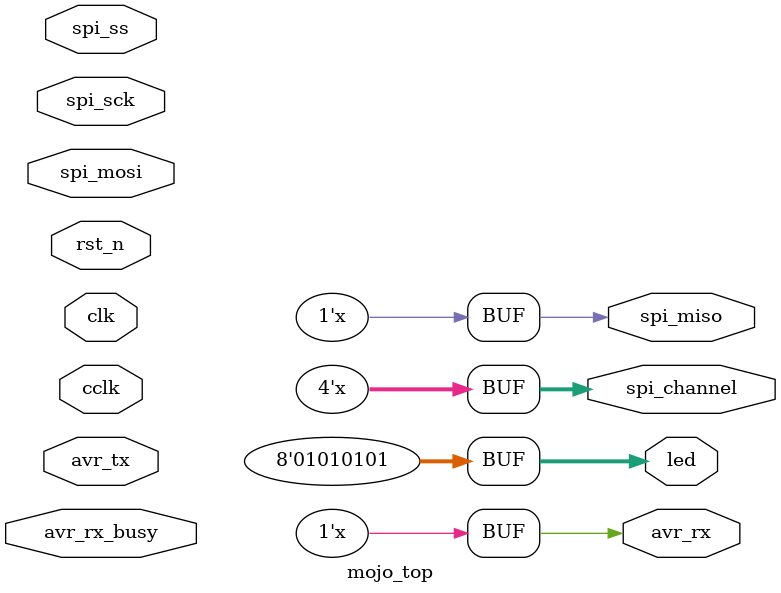
<source format=v>
module mojo_top(
    // 50MHz clock input
    input clk,
    // Input from reset button (active low)
    input rst_n,
    // cclk input from AVR, high when AVR is ready
    input cclk,
    // Outputs to the 8 onboard LEDs
    output[7:0]led,
    // AVR SPI connections
    output spi_miso,
    input spi_ss,
    input spi_mosi,
    input spi_sck,
    // AVR ADC channel select
    output [3:0] spi_channel,
    // Serial connections
    input avr_tx, // AVR Tx => FPGA Rx
    output avr_rx, // AVR Rx => FPGA Tx
    input avr_rx_busy // AVR Rx buffer full
    );

wire rst = ~rst_n; // make reset active high




// these signals should be high-z when not used
assign spi_miso = 1'bz;
assign avr_rx = 1'bz;
assign spi_channel = 4'bzzzz;

assign led = 8'h55;


endmodule

</source>
